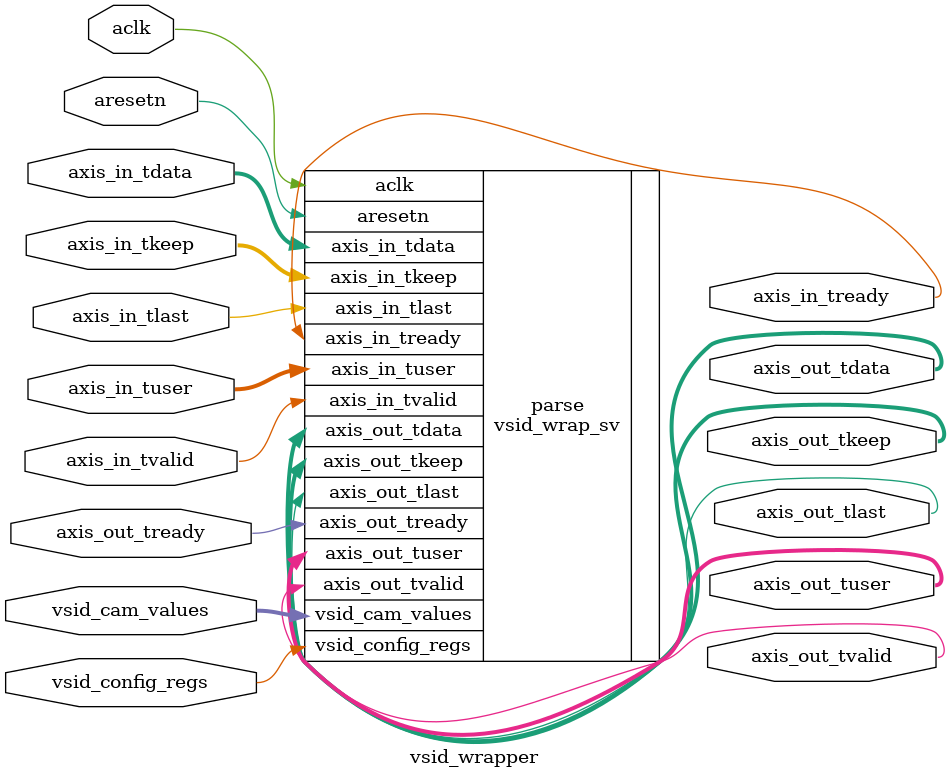
<source format=v>
`timescale 1ns / 1ps
`default_nettype none




`define VSID_SIZE 32
`define DA_MAC_SIZE 48




//The VSID Parser
module vsid_wrapper
#(
    //AXI Stream Params
    parameter AXIS_BUS_WIDTH = 64,
    parameter AXIS_ID_WIDTH = 4,

    //Derived params for AXI Stream
    localparam NUM_BUS_BYTES = AXIS_BUS_WIDTH/8,
    localparam NUM_AXIS_ID = (2**AXIS_ID_WIDTH),

    //Network Packet Params
    parameter MAX_PACKET_LENGTH = 1522,

    //Constants and Derived params for network packet
    localparam PACKET_LENGTH_CBITS = $clog2(MAX_PACKET_LENGTH+1),
    localparam MAX_ADDED_OFFSET = 64,
    localparam MAX_ADDED_OFFSET_CBITS = $clog2(MAX_ADDED_OFFSET+1),

    //Packed input signals size
    localparam VSID_TUSER_IN_WIDTH = NUM_AXIS_ID + PACKET_LENGTH_CBITS + MAX_ADDED_OFFSET_CBITS + 5,
    localparam VSID_TUSER_OUT_WIDTH = NUM_AXIS_ID + 5,
    localparam VSID_CONFIG_REG_WIDTH = 1,
    localparam VSID_CAM_WIDTH = (`VSID_SIZE + `DA_MAC_SIZE + 2) * NUM_AXIS_ID,

    //Retiming register stages (to be modified until timing met)
    parameter RETIMING_STAGES = 0
)
(
    //Input AXI stream
    input wire [AXIS_BUS_WIDTH-1:0]       axis_in_tdata,
    input wire [((2**AXIS_ID_WIDTH)+$clog2(MAX_PACKET_LENGTH+1)+7+5)-1:0] // [VSID_TUSER_IN_WIDTH-1:0]
                                          axis_in_tuser,
    input wire [(AXIS_BUS_WIDTH/8)-1:0]   axis_in_tkeep,
    input wire                            axis_in_tlast,
    input wire                            axis_in_tvalid,
    output wire                           axis_in_tready,
    
    //Output AXI stream
    output wire [AXIS_BUS_WIDTH-1:0]      axis_out_tdata,
    output wire [((2**AXIS_ID_WIDTH)+5)-1:0] // [VSID_TUSER_OUT_WIDTH-1:0] 
                                          axis_out_tuser,
    output wire [(AXIS_BUS_WIDTH/8)-1:0]  axis_out_tkeep,
    output wire                           axis_out_tlast,
    output wire                           axis_out_tvalid,
    input wire                            axis_out_tready,

    //Configuration register inputs (used for ACL and CAM)
    input wire [(1)-1:0]                  vsid_config_regs,
    input wire [((`VSID_SIZE+`DA_MAC_SIZE+2)*(2**AXIS_ID_WIDTH))-1:0]
                                          vsid_cam_values,

    //Clocking
    input wire  aclk,
    input wire  aresetn
);



    vsid_wrap_sv
    #(
        .AXIS_BUS_WIDTH             (AXIS_BUS_WIDTH),
        .AXIS_ID_WIDTH              (AXIS_ID_WIDTH),
        .MAX_PACKET_LENGTH          (MAX_PACKET_LENGTH)
    )
    parse
    (
        .axis_in_tdata (axis_in_tdata),
        .axis_in_tuser (axis_in_tuser),
        .axis_in_tkeep (axis_in_tkeep),
        .axis_in_tlast (axis_in_tlast),
        .axis_in_tvalid (axis_in_tvalid),
        .axis_in_tready (axis_in_tready),
        
        .axis_out_tdata (axis_out_tdata),
        .axis_out_tuser (axis_out_tuser),
        .axis_out_tkeep (axis_out_tkeep),
        .axis_out_tlast (axis_out_tlast),
        .axis_out_tvalid (axis_out_tvalid),
        .axis_out_tready (axis_out_tready),

        .vsid_config_regs (vsid_config_regs),
        .vsid_cam_values (vsid_cam_values),

        .aclk (aclk),
        .aresetn (aresetn)
    );



endmodule

`default_nettype wire
</source>
